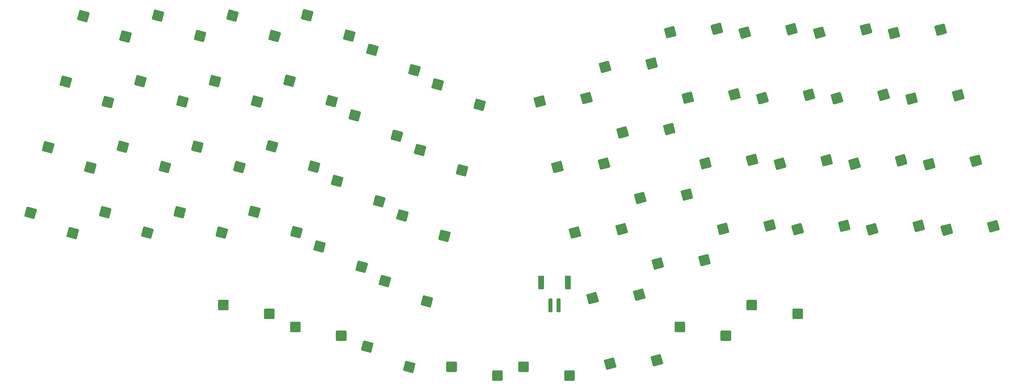
<source format=gbp>
G04 #@! TF.GenerationSoftware,KiCad,Pcbnew,7.0.10-7.0.10~ubuntu22.04.1*
G04 #@! TF.CreationDate,2024-01-04T14:14:22+01:00*
G04 #@! TF.ProjectId,ergo56,6572676f-3536-42e6-9b69-6361645f7063,0.2*
G04 #@! TF.SameCoordinates,Original*
G04 #@! TF.FileFunction,Paste,Bot*
G04 #@! TF.FilePolarity,Positive*
%FSLAX46Y46*%
G04 Gerber Fmt 4.6, Leading zero omitted, Abs format (unit mm)*
G04 Created by KiCad (PCBNEW 7.0.10-7.0.10~ubuntu22.04.1) date 2024-01-04 14:14:22*
%MOMM*%
%LPD*%
G01*
G04 APERTURE LIST*
G04 APERTURE END LIST*
G36*
G01*
X200005687Y-105689194D02*
X200544031Y-107698320D01*
G75*
G02*
X200360183Y-108016754I-251141J-67293D01*
G01*
X198302761Y-108568038D01*
G75*
G02*
X197984327Y-108384190I-67293J251141D01*
G01*
X197445983Y-106375064D01*
G75*
G02*
X197629831Y-106056630I251141J67293D01*
G01*
X199687253Y-105505346D01*
G75*
G02*
X200005687Y-105689194I67293J-251141D01*
G01*
G37*
G36*
G01*
X211673577Y-104840400D02*
X212211921Y-106849526D01*
G75*
G02*
X212028073Y-107167960I-251141J-67293D01*
G01*
X209970651Y-107719244D01*
G75*
G02*
X209652217Y-107535396I-67293J251141D01*
G01*
X209113873Y-105526270D01*
G75*
G02*
X209297721Y-105207836I251141J67293D01*
G01*
X211355143Y-104656552D01*
G75*
G02*
X211673577Y-104840400I67293J-251141D01*
G01*
G37*
G36*
G01*
X218666415Y-105785345D02*
X219204759Y-107794471D01*
G75*
G02*
X219020911Y-108112905I-251141J-67293D01*
G01*
X216963489Y-108664189D01*
G75*
G02*
X216645055Y-108480341I-67293J251141D01*
G01*
X216106711Y-106471215D01*
G75*
G02*
X216290559Y-106152781I251141J67293D01*
G01*
X218347981Y-105601497D01*
G75*
G02*
X218666415Y-105785345I67293J-251141D01*
G01*
G37*
G36*
G01*
X230334305Y-104936551D02*
X230872649Y-106945677D01*
G75*
G02*
X230688801Y-107264111I-251141J-67293D01*
G01*
X228631379Y-107815395D01*
G75*
G02*
X228312945Y-107631547I-67293J251141D01*
G01*
X227774601Y-105622421D01*
G75*
G02*
X227958449Y-105303987I251141J67293D01*
G01*
X230015871Y-104752703D01*
G75*
G02*
X230334305Y-104936551I67293J-251141D01*
G01*
G37*
G36*
G01*
X237303242Y-105792249D02*
X237841586Y-107801375D01*
G75*
G02*
X237657738Y-108119809I-251141J-67293D01*
G01*
X235600316Y-108671093D01*
G75*
G02*
X235281882Y-108487245I-67293J251141D01*
G01*
X234743538Y-106478119D01*
G75*
G02*
X234927386Y-106159685I251141J67293D01*
G01*
X236984808Y-105608401D01*
G75*
G02*
X237303242Y-105792249I67293J-251141D01*
G01*
G37*
G36*
G01*
X248971132Y-104943455D02*
X249509476Y-106952581D01*
G75*
G02*
X249325628Y-107271015I-251141J-67293D01*
G01*
X247268206Y-107822299D01*
G75*
G02*
X246949772Y-107638451I-67293J251141D01*
G01*
X246411428Y-105629325D01*
G75*
G02*
X246595276Y-105310891I251141J67293D01*
G01*
X248652698Y-104759607D01*
G75*
G02*
X248971132Y-104943455I67293J-251141D01*
G01*
G37*
G36*
G01*
X255963982Y-105888399D02*
X256502326Y-107897525D01*
G75*
G02*
X256318478Y-108215959I-251141J-67293D01*
G01*
X254261056Y-108767243D01*
G75*
G02*
X253942622Y-108583395I-67293J251141D01*
G01*
X253404278Y-106574269D01*
G75*
G02*
X253588126Y-106255835I251141J67293D01*
G01*
X255645548Y-105704551D01*
G75*
G02*
X255963982Y-105888399I67293J-251141D01*
G01*
G37*
G36*
G01*
X267631872Y-105039605D02*
X268170216Y-107048731D01*
G75*
G02*
X267986368Y-107367165I-251141J-67293D01*
G01*
X265928946Y-107918449D01*
G75*
G02*
X265610512Y-107734601I-67293J251141D01*
G01*
X265072168Y-105725475D01*
G75*
G02*
X265256016Y-105407041I251141J67293D01*
G01*
X267313438Y-104855757D01*
G75*
G02*
X267631872Y-105039605I67293J-251141D01*
G01*
G37*
G36*
G01*
X31757650Y-85926730D02*
X31219306Y-87935856D01*
G75*
G02*
X30900872Y-88119704I-251141J67293D01*
G01*
X28843450Y-87568420D01*
G75*
G02*
X28659602Y-87249986I67293J251141D01*
G01*
X29197946Y-85240860D01*
G75*
G02*
X29516380Y-85057012I251141J-67293D01*
G01*
X31573802Y-85608296D01*
G75*
G02*
X31757650Y-85926730I-67293J-251141D01*
G01*
G37*
G36*
G01*
X42286736Y-91025597D02*
X41748392Y-93034723D01*
G75*
G02*
X41429958Y-93218571I-251141J67293D01*
G01*
X39372536Y-92667287D01*
G75*
G02*
X39188688Y-92348853I67293J251141D01*
G01*
X39727032Y-90339727D01*
G75*
G02*
X40045466Y-90155879I251141J-67293D01*
G01*
X42102888Y-90707163D01*
G75*
G02*
X42286736Y-91025597I-67293J-251141D01*
G01*
G37*
G36*
G01*
X50429512Y-85789041D02*
X49891168Y-87798167D01*
G75*
G02*
X49572734Y-87982015I-251141J67293D01*
G01*
X47515312Y-87430731D01*
G75*
G02*
X47331464Y-87112297I67293J251141D01*
G01*
X47869808Y-85103171D01*
G75*
G02*
X48188242Y-84919323I251141J-67293D01*
G01*
X50245664Y-85470607D01*
G75*
G02*
X50429512Y-85789041I-67293J-251141D01*
G01*
G37*
G36*
G01*
X60958598Y-90887908D02*
X60420254Y-92897034D01*
G75*
G02*
X60101820Y-93080882I-251141J67293D01*
G01*
X58044398Y-92529598D01*
G75*
G02*
X57860550Y-92211164I67293J251141D01*
G01*
X58398894Y-90202038D01*
G75*
G02*
X58717328Y-90018190I251141J-67293D01*
G01*
X60774750Y-90569474D01*
G75*
G02*
X60958598Y-90887908I-67293J-251141D01*
G01*
G37*
G36*
G01*
X69066222Y-85782540D02*
X68527878Y-87791666D01*
G75*
G02*
X68209444Y-87975514I-251141J67293D01*
G01*
X66152022Y-87424230D01*
G75*
G02*
X65968174Y-87105796I67293J251141D01*
G01*
X66506518Y-85096670D01*
G75*
G02*
X66824952Y-84912822I251141J-67293D01*
G01*
X68882374Y-85464106D01*
G75*
G02*
X69066222Y-85782540I-67293J-251141D01*
G01*
G37*
G36*
G01*
X79595308Y-90881407D02*
X79056964Y-92890533D01*
G75*
G02*
X78738530Y-93074381I-251141J67293D01*
G01*
X76681108Y-92523097D01*
G75*
G02*
X76497260Y-92204663I67293J251141D01*
G01*
X77035604Y-90195537D01*
G75*
G02*
X77354038Y-90011689I251141J-67293D01*
G01*
X79411460Y-90562973D01*
G75*
G02*
X79595308Y-90881407I-67293J-251141D01*
G01*
G37*
G36*
G01*
X104038063Y-94359162D02*
X103499719Y-96368288D01*
G75*
G02*
X103181285Y-96552136I-251141J67293D01*
G01*
X101123863Y-96000852D01*
G75*
G02*
X100940015Y-95682418I67293J251141D01*
G01*
X101478359Y-93673292D01*
G75*
G02*
X101796793Y-93489444I251141J-67293D01*
G01*
X103854215Y-94040728D01*
G75*
G02*
X104038063Y-94359162I-67293J-251141D01*
G01*
G37*
G36*
G01*
X114567149Y-99458029D02*
X114028805Y-101467155D01*
G75*
G02*
X113710371Y-101651003I-251141J67293D01*
G01*
X111652949Y-101099719D01*
G75*
G02*
X111469101Y-100781285I67293J251141D01*
G01*
X112007445Y-98772159D01*
G75*
G02*
X112325879Y-98588311I251141J-67293D01*
G01*
X114383301Y-99139595D01*
G75*
G02*
X114567149Y-99458029I-67293J-251141D01*
G01*
G37*
G36*
G01*
X120349183Y-103031941D02*
X119810839Y-105041067D01*
G75*
G02*
X119492405Y-105224915I-251141J67293D01*
G01*
X117434983Y-104673631D01*
G75*
G02*
X117251135Y-104355197I67293J251141D01*
G01*
X117789479Y-102346071D01*
G75*
G02*
X118107913Y-102162223I251141J-67293D01*
G01*
X120165335Y-102713507D01*
G75*
G02*
X120349183Y-103031941I-67293J-251141D01*
G01*
G37*
G36*
G01*
X130878269Y-108130808D02*
X130339925Y-110139934D01*
G75*
G02*
X130021491Y-110323782I-251141J67293D01*
G01*
X127964069Y-109772498D01*
G75*
G02*
X127780221Y-109454064I67293J251141D01*
G01*
X128318565Y-107444938D01*
G75*
G02*
X128636999Y-107261090I251141J-67293D01*
G01*
X130694421Y-107812374D01*
G75*
G02*
X130878269Y-108130808I-67293J-251141D01*
G01*
G37*
G36*
G01*
X162983546Y-106613992D02*
X163521890Y-108623118D01*
G75*
G02*
X163338042Y-108941552I-251141J-67293D01*
G01*
X161280620Y-109492836D01*
G75*
G02*
X160962186Y-109308988I-67293J251141D01*
G01*
X160423842Y-107299862D01*
G75*
G02*
X160607690Y-106981428I251141J67293D01*
G01*
X162665112Y-106430144D01*
G75*
G02*
X162983546Y-106613992I67293J-251141D01*
G01*
G37*
G36*
G01*
X174651436Y-105765198D02*
X175189780Y-107774324D01*
G75*
G02*
X175005932Y-108092758I-251141J-67293D01*
G01*
X172948510Y-108644042D01*
G75*
G02*
X172630076Y-108460194I-67293J251141D01*
G01*
X172091732Y-106451068D01*
G75*
G02*
X172275580Y-106132634I251141J67293D01*
G01*
X174333002Y-105581350D01*
G75*
G02*
X174651436Y-105765198I67293J-251141D01*
G01*
G37*
G36*
G01*
X124749096Y-86611204D02*
X124210752Y-88620330D01*
G75*
G02*
X123892318Y-88804178I-251141J67293D01*
G01*
X121834896Y-88252894D01*
G75*
G02*
X121651048Y-87934460I67293J251141D01*
G01*
X122189392Y-85925334D01*
G75*
G02*
X122507826Y-85741486I251141J-67293D01*
G01*
X124565248Y-86292770D01*
G75*
G02*
X124749096Y-86611204I-67293J-251141D01*
G01*
G37*
G36*
G01*
X135278182Y-91710071D02*
X134739838Y-93719197D01*
G75*
G02*
X134421404Y-93903045I-251141J67293D01*
G01*
X132363982Y-93351761D01*
G75*
G02*
X132180134Y-93033327I67293J251141D01*
G01*
X132718478Y-91024201D01*
G75*
G02*
X133036912Y-90840353I251141J-67293D01*
G01*
X135094334Y-91391637D01*
G75*
G02*
X135278182Y-91710071I-67293J-251141D01*
G01*
G37*
G36*
G01*
X87726957Y-85686397D02*
X87188613Y-87695523D01*
G75*
G02*
X86870179Y-87879371I-251141J67293D01*
G01*
X84812757Y-87328087D01*
G75*
G02*
X84628909Y-87009653I67293J251141D01*
G01*
X85167253Y-85000527D01*
G75*
G02*
X85485687Y-84816679I251141J-67293D01*
G01*
X87543109Y-85367963D01*
G75*
G02*
X87726957Y-85686397I-67293J-251141D01*
G01*
G37*
G36*
G01*
X98256043Y-90785264D02*
X97717699Y-92794390D01*
G75*
G02*
X97399265Y-92978238I-251141J67293D01*
G01*
X95341843Y-92426954D01*
G75*
G02*
X95157995Y-92108520I67293J251141D01*
G01*
X95696339Y-90099394D01*
G75*
G02*
X96014773Y-89915546I251141J-67293D01*
G01*
X98072195Y-90466830D01*
G75*
G02*
X98256043Y-90785264I-67293J-251141D01*
G01*
G37*
G36*
G01*
X179294654Y-97941226D02*
X179832998Y-99950352D01*
G75*
G02*
X179649150Y-100268786I-251141J-67293D01*
G01*
X177591728Y-100820070D01*
G75*
G02*
X177273294Y-100636222I-67293J251141D01*
G01*
X176734950Y-98627096D01*
G75*
G02*
X176918798Y-98308662I251141J67293D01*
G01*
X178976220Y-97757378D01*
G75*
G02*
X179294654Y-97941226I67293J-251141D01*
G01*
G37*
G36*
G01*
X190962544Y-97092432D02*
X191500888Y-99101558D01*
G75*
G02*
X191317040Y-99419992I-251141J-67293D01*
G01*
X189259618Y-99971276D01*
G75*
G02*
X188941184Y-99787428I-67293J251141D01*
G01*
X188402840Y-97778302D01*
G75*
G02*
X188586688Y-97459868I251141J67293D01*
G01*
X190644110Y-96908584D01*
G75*
G02*
X190962544Y-97092432I67293J-251141D01*
G01*
G37*
G36*
G01*
X195605770Y-89268453D02*
X196144114Y-91277579D01*
G75*
G02*
X195960266Y-91596013I-251141J-67293D01*
G01*
X193902844Y-92147297D01*
G75*
G02*
X193584410Y-91963449I-67293J251141D01*
G01*
X193046066Y-89954323D01*
G75*
G02*
X193229914Y-89635889I251141J67293D01*
G01*
X195287336Y-89084605D01*
G75*
G02*
X195605770Y-89268453I67293J-251141D01*
G01*
G37*
G36*
G01*
X207273660Y-88419659D02*
X207812004Y-90428785D01*
G75*
G02*
X207628156Y-90747219I-251141J-67293D01*
G01*
X205570734Y-91298503D01*
G75*
G02*
X205252300Y-91114655I-67293J251141D01*
G01*
X204713956Y-89105529D01*
G75*
G02*
X204897804Y-88787095I251141J67293D01*
G01*
X206955226Y-88235811D01*
G75*
G02*
X207273660Y-88419659I67293J-251141D01*
G01*
G37*
G36*
G01*
X214266506Y-89364603D02*
X214804850Y-91373729D01*
G75*
G02*
X214621002Y-91692163I-251141J-67293D01*
G01*
X212563580Y-92243447D01*
G75*
G02*
X212245146Y-92059599I-67293J251141D01*
G01*
X211706802Y-90050473D01*
G75*
G02*
X211890650Y-89732039I251141J67293D01*
G01*
X213948072Y-89180755D01*
G75*
G02*
X214266506Y-89364603I67293J-251141D01*
G01*
G37*
G36*
G01*
X225934396Y-88515809D02*
X226472740Y-90524935D01*
G75*
G02*
X226288892Y-90843369I-251141J-67293D01*
G01*
X224231470Y-91394653D01*
G75*
G02*
X223913036Y-91210805I-67293J251141D01*
G01*
X223374692Y-89201679D01*
G75*
G02*
X223558540Y-88883245I251141J67293D01*
G01*
X225615962Y-88331961D01*
G75*
G02*
X225934396Y-88515809I67293J-251141D01*
G01*
G37*
G36*
G01*
X232903317Y-89371511D02*
X233441661Y-91380637D01*
G75*
G02*
X233257813Y-91699071I-251141J-67293D01*
G01*
X231200391Y-92250355D01*
G75*
G02*
X230881957Y-92066507I-67293J251141D01*
G01*
X230343613Y-90057381D01*
G75*
G02*
X230527461Y-89738947I251141J67293D01*
G01*
X232584883Y-89187663D01*
G75*
G02*
X232903317Y-89371511I67293J-251141D01*
G01*
G37*
G36*
G01*
X244571207Y-88522717D02*
X245109551Y-90531843D01*
G75*
G02*
X244925703Y-90850277I-251141J-67293D01*
G01*
X242868281Y-91401561D01*
G75*
G02*
X242549847Y-91217713I-67293J251141D01*
G01*
X242011503Y-89208587D01*
G75*
G02*
X242195351Y-88890153I251141J67293D01*
G01*
X244252773Y-88338869D01*
G75*
G02*
X244571207Y-88522717I67293J-251141D01*
G01*
G37*
G36*
G01*
X251564060Y-89467659D02*
X252102404Y-91476785D01*
G75*
G02*
X251918556Y-91795219I-251141J-67293D01*
G01*
X249861134Y-92346503D01*
G75*
G02*
X249542700Y-92162655I-67293J251141D01*
G01*
X249004356Y-90153529D01*
G75*
G02*
X249188204Y-89835095I251141J67293D01*
G01*
X251245626Y-89283811D01*
G75*
G02*
X251564060Y-89467659I67293J-251141D01*
G01*
G37*
G36*
G01*
X263231950Y-88618865D02*
X263770294Y-90627991D01*
G75*
G02*
X263586446Y-90946425I-251141J-67293D01*
G01*
X261529024Y-91497709D01*
G75*
G02*
X261210590Y-91313861I-67293J251141D01*
G01*
X260672246Y-89304735D01*
G75*
G02*
X260856094Y-88986301I251141J67293D01*
G01*
X262913516Y-88435017D01*
G75*
G02*
X263231950Y-88618865I67293J-251141D01*
G01*
G37*
G36*
G01*
X36157574Y-69505984D02*
X35619230Y-71515110D01*
G75*
G02*
X35300796Y-71698958I-251141J67293D01*
G01*
X33243374Y-71147674D01*
G75*
G02*
X33059526Y-70829240I67293J251141D01*
G01*
X33597870Y-68820114D01*
G75*
G02*
X33916304Y-68636266I251141J-67293D01*
G01*
X35973726Y-69187550D01*
G75*
G02*
X36157574Y-69505984I-67293J-251141D01*
G01*
G37*
G36*
G01*
X46686660Y-74604851D02*
X46148316Y-76613977D01*
G75*
G02*
X45829882Y-76797825I-251141J67293D01*
G01*
X43772460Y-76246541D01*
G75*
G02*
X43588612Y-75928107I67293J251141D01*
G01*
X44126956Y-73918981D01*
G75*
G02*
X44445390Y-73735133I251141J-67293D01*
G01*
X46502812Y-74286417D01*
G75*
G02*
X46686660Y-74604851I-67293J-251141D01*
G01*
G37*
G36*
G01*
X171783410Y-139455155D02*
X172321754Y-141464281D01*
G75*
G02*
X172137906Y-141782715I-251141J-67293D01*
G01*
X170080484Y-142333999D01*
G75*
G02*
X169762050Y-142150151I-67293J251141D01*
G01*
X169223706Y-140141025D01*
G75*
G02*
X169407554Y-139822591I251141J67293D01*
G01*
X171464976Y-139271307D01*
G75*
G02*
X171783410Y-139455155I67293J-251141D01*
G01*
G37*
G36*
G01*
X183451300Y-138606361D02*
X183989644Y-140615487D01*
G75*
G02*
X183805796Y-140933921I-251141J-67293D01*
G01*
X181748374Y-141485205D01*
G75*
G02*
X181429940Y-141301357I-67293J251141D01*
G01*
X180891596Y-139292231D01*
G75*
G02*
X181075444Y-138973797I251141J67293D01*
G01*
X183132866Y-138422513D01*
G75*
G02*
X183451300Y-138606361I67293J-251141D01*
G01*
G37*
G36*
G01*
X54829436Y-69368309D02*
X54291092Y-71377435D01*
G75*
G02*
X53972658Y-71561283I-251141J67293D01*
G01*
X51915236Y-71009999D01*
G75*
G02*
X51731388Y-70691565I67293J251141D01*
G01*
X52269732Y-68682439D01*
G75*
G02*
X52588166Y-68498591I251141J-67293D01*
G01*
X54645588Y-69049875D01*
G75*
G02*
X54829436Y-69368309I-67293J-251141D01*
G01*
G37*
G36*
G01*
X65358522Y-74467176D02*
X64820178Y-76476302D01*
G75*
G02*
X64501744Y-76660150I-251141J67293D01*
G01*
X62444322Y-76108866D01*
G75*
G02*
X62260474Y-75790432I67293J251141D01*
G01*
X62798818Y-73781306D01*
G75*
G02*
X63117252Y-73597458I251141J-67293D01*
G01*
X65174674Y-74148742D01*
G75*
G02*
X65358522Y-74467176I-67293J-251141D01*
G01*
G37*
G36*
G01*
X247164120Y-73046911D02*
X247702464Y-75056037D01*
G75*
G02*
X247518616Y-75374471I-251141J-67293D01*
G01*
X245461194Y-75925755D01*
G75*
G02*
X245142760Y-75741907I-67293J251141D01*
G01*
X244604416Y-73732781D01*
G75*
G02*
X244788264Y-73414347I251141J67293D01*
G01*
X246845686Y-72863063D01*
G75*
G02*
X247164120Y-73046911I67293J-251141D01*
G01*
G37*
G36*
G01*
X258832010Y-72198117D02*
X259370354Y-74207243D01*
G75*
G02*
X259186506Y-74525677I-251141J-67293D01*
G01*
X257129084Y-75076961D01*
G75*
G02*
X256810650Y-74893113I-67293J251141D01*
G01*
X256272306Y-72883987D01*
G75*
G02*
X256456154Y-72565553I251141J67293D01*
G01*
X258513576Y-72014269D01*
G75*
G02*
X258832010Y-72198117I67293J-251141D01*
G01*
G37*
G36*
G01*
X174894735Y-81520487D02*
X175433079Y-83529613D01*
G75*
G02*
X175249231Y-83848047I-251141J-67293D01*
G01*
X173191809Y-84399331D01*
G75*
G02*
X172873375Y-84215483I-67293J251141D01*
G01*
X172335031Y-82206357D01*
G75*
G02*
X172518879Y-81887923I251141J67293D01*
G01*
X174576301Y-81336639D01*
G75*
G02*
X174894735Y-81520487I67293J-251141D01*
G01*
G37*
G36*
G01*
X186562625Y-80671693D02*
X187100969Y-82680819D01*
G75*
G02*
X186917121Y-82999253I-251141J-67293D01*
G01*
X184859699Y-83550537D01*
G75*
G02*
X184541265Y-83366689I-67293J251141D01*
G01*
X184002921Y-81357563D01*
G75*
G02*
X184186769Y-81039129I251141J67293D01*
G01*
X186244191Y-80487845D01*
G75*
G02*
X186562625Y-80671693I67293J-251141D01*
G01*
G37*
G36*
G01*
X191205842Y-72847713D02*
X191744186Y-74856839D01*
G75*
G02*
X191560338Y-75175273I-251141J-67293D01*
G01*
X189502916Y-75726557D01*
G75*
G02*
X189184482Y-75542709I-67293J251141D01*
G01*
X188646138Y-73533583D01*
G75*
G02*
X188829986Y-73215149I251141J67293D01*
G01*
X190887408Y-72663865D01*
G75*
G02*
X191205842Y-72847713I67293J-251141D01*
G01*
G37*
G36*
G01*
X202873732Y-71998919D02*
X203412076Y-74008045D01*
G75*
G02*
X203228228Y-74326479I-251141J-67293D01*
G01*
X201170806Y-74877763D01*
G75*
G02*
X200852372Y-74693915I-67293J251141D01*
G01*
X200314028Y-72684789D01*
G75*
G02*
X200497876Y-72366355I251141J67293D01*
G01*
X202555298Y-71815071D01*
G75*
G02*
X202873732Y-71998919I67293J-251141D01*
G01*
G37*
G36*
G01*
X108437992Y-77938427D02*
X107899648Y-79947553D01*
G75*
G02*
X107581214Y-80131401I-251141J67293D01*
G01*
X105523792Y-79580117D01*
G75*
G02*
X105339944Y-79261683I67293J251141D01*
G01*
X105878288Y-77252557D01*
G75*
G02*
X106196722Y-77068709I251141J-67293D01*
G01*
X108254144Y-77619993D01*
G75*
G02*
X108437992Y-77938427I-67293J-251141D01*
G01*
G37*
G36*
G01*
X118967078Y-83037294D02*
X118428734Y-85046420D01*
G75*
G02*
X118110300Y-85230268I-251141J67293D01*
G01*
X116052878Y-84678984D01*
G75*
G02*
X115869030Y-84360550I67293J251141D01*
G01*
X116407374Y-82351424D01*
G75*
G02*
X116725808Y-82167576I251141J-67293D01*
G01*
X118783230Y-82718860D01*
G75*
G02*
X118967078Y-83037294I-67293J-251141D01*
G01*
G37*
G36*
G01*
X115949253Y-119452676D02*
X115410909Y-121461802D01*
G75*
G02*
X115092475Y-121645650I-251141J67293D01*
G01*
X113035053Y-121094366D01*
G75*
G02*
X112851205Y-120775932I67293J251141D01*
G01*
X113389549Y-118766806D01*
G75*
G02*
X113707983Y-118582958I251141J-67293D01*
G01*
X115765405Y-119134242D01*
G75*
G02*
X115949253Y-119452676I-67293J-251141D01*
G01*
G37*
G36*
G01*
X126478339Y-124551543D02*
X125939995Y-126560669D01*
G75*
G02*
X125621561Y-126744517I-251141J67293D01*
G01*
X123564139Y-126193233D01*
G75*
G02*
X123380291Y-125874799I67293J251141D01*
G01*
X123918635Y-123865673D01*
G75*
G02*
X124237069Y-123681825I251141J-67293D01*
G01*
X126294491Y-124233109D01*
G75*
G02*
X126478339Y-124551543I-67293J-251141D01*
G01*
G37*
G36*
G01*
X228503407Y-72950771D02*
X229041751Y-74959897D01*
G75*
G02*
X228857903Y-75278331I-251141J-67293D01*
G01*
X226800481Y-75829615D01*
G75*
G02*
X226482047Y-75645767I-67293J251141D01*
G01*
X225943703Y-73636641D01*
G75*
G02*
X226127551Y-73318207I251141J67293D01*
G01*
X228184973Y-72766923D01*
G75*
G02*
X228503407Y-72950771I67293J-251141D01*
G01*
G37*
G36*
G01*
X240171297Y-72101977D02*
X240709641Y-74111103D01*
G75*
G02*
X240525793Y-74429537I-251141J-67293D01*
G01*
X238468371Y-74980821D01*
G75*
G02*
X238149937Y-74796973I-67293J251141D01*
G01*
X237611593Y-72787847D01*
G75*
G02*
X237795441Y-72469413I251141J67293D01*
G01*
X239852863Y-71918129D01*
G75*
G02*
X240171297Y-72101977I67293J-251141D01*
G01*
G37*
G36*
G01*
X73466143Y-69361809D02*
X72927799Y-71370935D01*
G75*
G02*
X72609365Y-71554783I-251141J67293D01*
G01*
X70551943Y-71003499D01*
G75*
G02*
X70368095Y-70685065I67293J251141D01*
G01*
X70906439Y-68675939D01*
G75*
G02*
X71224873Y-68492091I251141J-67293D01*
G01*
X73282295Y-69043375D01*
G75*
G02*
X73466143Y-69361809I-67293J-251141D01*
G01*
G37*
G36*
G01*
X83995229Y-74460676D02*
X83456885Y-76469802D01*
G75*
G02*
X83138451Y-76653650I-251141J67293D01*
G01*
X81081029Y-76102366D01*
G75*
G02*
X80897181Y-75783932I67293J251141D01*
G01*
X81435525Y-73774806D01*
G75*
G02*
X81753959Y-73590958I251141J-67293D01*
G01*
X83811381Y-74142242D01*
G75*
G02*
X83995229Y-74460676I-67293J-251141D01*
G01*
G37*
G36*
G01*
X92126881Y-69265667D02*
X91588537Y-71274793D01*
G75*
G02*
X91270103Y-71458641I-251141J67293D01*
G01*
X89212681Y-70907357D01*
G75*
G02*
X89028833Y-70588923I67293J251141D01*
G01*
X89567177Y-68579797D01*
G75*
G02*
X89885611Y-68395949I251141J-67293D01*
G01*
X91943033Y-68947233D01*
G75*
G02*
X92126881Y-69265667I-67293J-251141D01*
G01*
G37*
G36*
G01*
X102655967Y-74364534D02*
X102117623Y-76373660D01*
G75*
G02*
X101799189Y-76557508I-251141J67293D01*
G01*
X99741767Y-76006224D01*
G75*
G02*
X99557919Y-75687790I67293J251141D01*
G01*
X100096263Y-73678664D01*
G75*
G02*
X100414697Y-73494816I251141J-67293D01*
G01*
X102472119Y-74046100D01*
G75*
G02*
X102655967Y-74364534I-67293J-251141D01*
G01*
G37*
G36*
G01*
X27357718Y-102347473D02*
X26819374Y-104356599D01*
G75*
G02*
X26500940Y-104540447I-251141J67293D01*
G01*
X24443518Y-103989163D01*
G75*
G02*
X24259670Y-103670729I67293J251141D01*
G01*
X24798014Y-101661603D01*
G75*
G02*
X25116448Y-101477755I251141J-67293D01*
G01*
X27173870Y-102029039D01*
G75*
G02*
X27357718Y-102347473I-67293J-251141D01*
G01*
G37*
G36*
G01*
X37886804Y-107446340D02*
X37348460Y-109455466D01*
G75*
G02*
X37030026Y-109639314I-251141J67293D01*
G01*
X34972604Y-109088030D01*
G75*
G02*
X34788756Y-108769596I67293J251141D01*
G01*
X35327100Y-106760470D01*
G75*
G02*
X35645534Y-106576622I251141J-67293D01*
G01*
X37702956Y-107127906D01*
G75*
G02*
X37886804Y-107446340I-67293J-251141D01*
G01*
G37*
G36*
G01*
X46029578Y-102209780D02*
X45491234Y-104218906D01*
G75*
G02*
X45172800Y-104402754I-251141J67293D01*
G01*
X43115378Y-103851470D01*
G75*
G02*
X42931530Y-103533036I67293J251141D01*
G01*
X43469874Y-101523910D01*
G75*
G02*
X43788308Y-101340062I251141J-67293D01*
G01*
X45845730Y-101891346D01*
G75*
G02*
X46029578Y-102209780I-67293J-251141D01*
G01*
G37*
G36*
G01*
X56558664Y-107308647D02*
X56020320Y-109317773D01*
G75*
G02*
X55701886Y-109501621I-251141J67293D01*
G01*
X53644464Y-108950337D01*
G75*
G02*
X53460616Y-108631903I67293J251141D01*
G01*
X53998960Y-106622777D01*
G75*
G02*
X54317394Y-106438929I251141J-67293D01*
G01*
X56374816Y-106990213D01*
G75*
G02*
X56558664Y-107308647I-67293J-251141D01*
G01*
G37*
G36*
G01*
X64666303Y-102203290D02*
X64127959Y-104212416D01*
G75*
G02*
X63809525Y-104396264I-251141J67293D01*
G01*
X61752103Y-103844980D01*
G75*
G02*
X61568255Y-103526546I67293J251141D01*
G01*
X62106599Y-101517420D01*
G75*
G02*
X62425033Y-101333572I251141J-67293D01*
G01*
X64482455Y-101884856D01*
G75*
G02*
X64666303Y-102203290I-67293J-251141D01*
G01*
G37*
G36*
G01*
X75195389Y-107302157D02*
X74657045Y-109311283D01*
G75*
G02*
X74338611Y-109495131I-251141J67293D01*
G01*
X72281189Y-108943847D01*
G75*
G02*
X72097341Y-108625413I67293J251141D01*
G01*
X72635685Y-106616287D01*
G75*
G02*
X72954119Y-106432439I251141J-67293D01*
G01*
X75011541Y-106983723D01*
G75*
G02*
X75195389Y-107302157I-67293J-251141D01*
G01*
G37*
G36*
G01*
X83327038Y-102107148D02*
X82788694Y-104116274D01*
G75*
G02*
X82470260Y-104300122I-251141J67293D01*
G01*
X80412838Y-103748838D01*
G75*
G02*
X80228990Y-103430404I67293J251141D01*
G01*
X80767334Y-101421278D01*
G75*
G02*
X81085768Y-101237430I251141J-67293D01*
G01*
X83143190Y-101788714D01*
G75*
G02*
X83327038Y-102107148I-67293J-251141D01*
G01*
G37*
G36*
G01*
X93856124Y-107206015D02*
X93317780Y-109215141D01*
G75*
G02*
X92999346Y-109398989I-251141J67293D01*
G01*
X90941924Y-108847705D01*
G75*
G02*
X90758076Y-108529271I67293J251141D01*
G01*
X91296420Y-106520145D01*
G75*
G02*
X91614854Y-106336297I251141J-67293D01*
G01*
X93672276Y-106887581D01*
G75*
G02*
X93856124Y-107206015I-67293J-251141D01*
G01*
G37*
G36*
G01*
X99638148Y-110779899D02*
X99099804Y-112789025D01*
G75*
G02*
X98781370Y-112972873I-251141J67293D01*
G01*
X96723948Y-112421589D01*
G75*
G02*
X96540100Y-112103155I67293J251141D01*
G01*
X97078444Y-110094029D01*
G75*
G02*
X97396878Y-109910181I251141J-67293D01*
G01*
X99454300Y-110461465D01*
G75*
G02*
X99638148Y-110779899I-67293J-251141D01*
G01*
G37*
G36*
G01*
X110167234Y-115878766D02*
X109628890Y-117887892D01*
G75*
G02*
X109310456Y-118071740I-251141J67293D01*
G01*
X107253034Y-117520456D01*
G75*
G02*
X107069186Y-117202022I67293J251141D01*
G01*
X107607530Y-115192896D01*
G75*
G02*
X107925964Y-115009048I251141J-67293D01*
G01*
X109983386Y-115560332D01*
G75*
G02*
X110167234Y-115878766I-67293J-251141D01*
G01*
G37*
G36*
G01*
X167383480Y-123034741D02*
X167921824Y-125043867D01*
G75*
G02*
X167737976Y-125362301I-251141J-67293D01*
G01*
X165680554Y-125913585D01*
G75*
G02*
X165362120Y-125729737I-67293J251141D01*
G01*
X164823776Y-123720611D01*
G75*
G02*
X165007624Y-123402177I251141J67293D01*
G01*
X167065046Y-122850893D01*
G75*
G02*
X167383480Y-123034741I67293J-251141D01*
G01*
G37*
G36*
G01*
X179051370Y-122185947D02*
X179589714Y-124195073D01*
G75*
G02*
X179405866Y-124513507I-251141J-67293D01*
G01*
X177348444Y-125064791D01*
G75*
G02*
X177030010Y-124880943I-67293J251141D01*
G01*
X176491666Y-122871817D01*
G75*
G02*
X176675514Y-122553383I251141J67293D01*
G01*
X178732936Y-122002099D01*
G75*
G02*
X179051370Y-122185947I67293J-251141D01*
G01*
G37*
G36*
G01*
X183694583Y-114361965D02*
X184232927Y-116371091D01*
G75*
G02*
X184049079Y-116689525I-251141J-67293D01*
G01*
X181991657Y-117240809D01*
G75*
G02*
X181673223Y-117056961I-67293J251141D01*
G01*
X181134879Y-115047835D01*
G75*
G02*
X181318727Y-114729401I251141J67293D01*
G01*
X183376149Y-114178117D01*
G75*
G02*
X183694583Y-114361965I67293J-251141D01*
G01*
G37*
G36*
G01*
X195362473Y-113513171D02*
X195900817Y-115522297D01*
G75*
G02*
X195716969Y-115840731I-251141J-67293D01*
G01*
X193659547Y-116392015D01*
G75*
G02*
X193341113Y-116208167I-67293J251141D01*
G01*
X192802769Y-114199041D01*
G75*
G02*
X192986617Y-113880607I251141J67293D01*
G01*
X195044039Y-113329323D01*
G75*
G02*
X195362473Y-113513171I67293J-251141D01*
G01*
G37*
G36*
G01*
X209866575Y-72943870D02*
X210404919Y-74952996D01*
G75*
G02*
X210221071Y-75271430I-251141J-67293D01*
G01*
X208163649Y-75822714D01*
G75*
G02*
X207845215Y-75638866I-67293J251141D01*
G01*
X207306871Y-73629740D01*
G75*
G02*
X207490719Y-73311306I251141J67293D01*
G01*
X209548141Y-72760022D01*
G75*
G02*
X209866575Y-72943870I67293J-251141D01*
G01*
G37*
G36*
G01*
X221534465Y-72095076D02*
X222072809Y-74104202D01*
G75*
G02*
X221888961Y-74422636I-251141J-67293D01*
G01*
X219831539Y-74973920D01*
G75*
G02*
X219513105Y-74790072I-67293J251141D01*
G01*
X218974761Y-72780946D01*
G75*
G02*
X219158609Y-72462512I251141J67293D01*
G01*
X221216031Y-71911228D01*
G75*
G02*
X221534465Y-72095076I67293J-251141D01*
G01*
G37*
G36*
G01*
X158583629Y-90193256D02*
X159121973Y-92202382D01*
G75*
G02*
X158938125Y-92520816I-251141J-67293D01*
G01*
X156880703Y-93072100D01*
G75*
G02*
X156562269Y-92888252I-67293J251141D01*
G01*
X156023925Y-90879126D01*
G75*
G02*
X156207773Y-90560692I251141J67293D01*
G01*
X158265195Y-90009408D01*
G75*
G02*
X158583629Y-90193256I67293J-251141D01*
G01*
G37*
G36*
G01*
X170251519Y-89344462D02*
X170789863Y-91353588D01*
G75*
G02*
X170606015Y-91672022I-251141J-67293D01*
G01*
X168548593Y-92223306D01*
G75*
G02*
X168230159Y-92039458I-67293J251141D01*
G01*
X167691815Y-90030332D01*
G75*
G02*
X167875663Y-89711898I251141J67293D01*
G01*
X169933085Y-89160614D01*
G75*
G02*
X170251519Y-89344462I67293J-251141D01*
G01*
G37*
G36*
G01*
X189516816Y-130560672D02*
X189516816Y-132640672D01*
G75*
G02*
X189256816Y-132900672I-260000J0D01*
G01*
X187126816Y-132900672D01*
G75*
G02*
X186866816Y-132640672I0J260000D01*
G01*
X186866816Y-130560672D01*
G75*
G02*
X187126816Y-130300672I260000J0D01*
G01*
X189256816Y-130300672D01*
G75*
G02*
X189516816Y-130560672I0J-260000D01*
G01*
G37*
G36*
G01*
X201006816Y-132760672D02*
X201006816Y-134840672D01*
G75*
G02*
X200746816Y-135100672I-260000J0D01*
G01*
X198616816Y-135100672D01*
G75*
G02*
X198356816Y-134840672I0J260000D01*
G01*
X198356816Y-132760672D01*
G75*
G02*
X198616816Y-132500672I260000J0D01*
G01*
X200746816Y-132500672D01*
G75*
G02*
X201006816Y-132760672I0J-260000D01*
G01*
G37*
G36*
G01*
X111549331Y-135873416D02*
X111010987Y-137882542D01*
G75*
G02*
X110692553Y-138066390I-251141J67293D01*
G01*
X108635131Y-137515106D01*
G75*
G02*
X108451283Y-137196672I67293J251141D01*
G01*
X108989627Y-135187546D01*
G75*
G02*
X109308061Y-135003698I251141J-67293D01*
G01*
X111365483Y-135554982D01*
G75*
G02*
X111549331Y-135873416I-67293J-251141D01*
G01*
G37*
G36*
G01*
X122078417Y-140972283D02*
X121540073Y-142981409D01*
G75*
G02*
X121221639Y-143165257I-251141J67293D01*
G01*
X119164217Y-142613973D01*
G75*
G02*
X118980369Y-142295539I67293J251141D01*
G01*
X119518713Y-140286413D01*
G75*
G02*
X119837147Y-140102565I251141J-67293D01*
G01*
X121894569Y-140653849D01*
G75*
G02*
X122078417Y-140972283I-67293J-251141D01*
G01*
G37*
G36*
G01*
X93344573Y-130560999D02*
X93344573Y-132640999D01*
G75*
G02*
X93084573Y-132900999I-260000J0D01*
G01*
X90954573Y-132900999D01*
G75*
G02*
X90694573Y-132640999I0J260000D01*
G01*
X90694573Y-130560999D01*
G75*
G02*
X90954573Y-130300999I260000J0D01*
G01*
X93084573Y-130300999D01*
G75*
G02*
X93344573Y-130560999I0J-260000D01*
G01*
G37*
G36*
G01*
X104834573Y-132760999D02*
X104834573Y-134840999D01*
G75*
G02*
X104574573Y-135100999I-260000J0D01*
G01*
X102444573Y-135100999D01*
G75*
G02*
X102184573Y-134840999I0J260000D01*
G01*
X102184573Y-132760999D01*
G75*
G02*
X102444573Y-132500999I260000J0D01*
G01*
X104574573Y-132500999D01*
G75*
G02*
X104834573Y-132760999I0J-260000D01*
G01*
G37*
G36*
G01*
X132430564Y-140534528D02*
X132430564Y-142614528D01*
G75*
G02*
X132170564Y-142874528I-260000J0D01*
G01*
X130040564Y-142874528D01*
G75*
G02*
X129780564Y-142614528I0J260000D01*
G01*
X129780564Y-140534528D01*
G75*
G02*
X130040564Y-140274528I260000J0D01*
G01*
X132170564Y-140274528D01*
G75*
G02*
X132430564Y-140534528I0J-260000D01*
G01*
G37*
G36*
G01*
X143920564Y-142734528D02*
X143920564Y-144814528D01*
G75*
G02*
X143660564Y-145074528I-260000J0D01*
G01*
X141530564Y-145074528D01*
G75*
G02*
X141270564Y-144814528I0J260000D01*
G01*
X141270564Y-142734528D01*
G75*
G02*
X141530564Y-142474528I260000J0D01*
G01*
X143660564Y-142474528D01*
G75*
G02*
X143920564Y-142734528I0J-260000D01*
G01*
G37*
G36*
G01*
X207517165Y-125078497D02*
X207517165Y-127158497D01*
G75*
G02*
X207257165Y-127418497I-260000J0D01*
G01*
X205127165Y-127418497D01*
G75*
G02*
X204867165Y-127158497I0J260000D01*
G01*
X204867165Y-125078497D01*
G75*
G02*
X205127165Y-124818497I260000J0D01*
G01*
X207257165Y-124818497D01*
G75*
G02*
X207517165Y-125078497I0J-260000D01*
G01*
G37*
G36*
G01*
X219007165Y-127278497D02*
X219007165Y-129358497D01*
G75*
G02*
X218747165Y-129618497I-260000J0D01*
G01*
X216617165Y-129618497D01*
G75*
G02*
X216357165Y-129358497I0J260000D01*
G01*
X216357165Y-127278497D01*
G75*
G02*
X216617165Y-127018497I260000J0D01*
G01*
X218747165Y-127018497D01*
G75*
G02*
X219007165Y-127278497I0J-260000D01*
G01*
G37*
G36*
G01*
X224103471Y-56530014D02*
X224641815Y-58539140D01*
G75*
G02*
X224457967Y-58857574I-251141J-67293D01*
G01*
X222400545Y-59408858D01*
G75*
G02*
X222082111Y-59225010I-67293J251141D01*
G01*
X221543767Y-57215884D01*
G75*
G02*
X221727615Y-56897450I251141J67293D01*
G01*
X223785037Y-56346166D01*
G75*
G02*
X224103471Y-56530014I67293J-251141D01*
G01*
G37*
G36*
G01*
X235771361Y-55681220D02*
X236309705Y-57690346D01*
G75*
G02*
X236125857Y-58008780I-251141J-67293D01*
G01*
X234068435Y-58560064D01*
G75*
G02*
X233750001Y-58376216I-67293J251141D01*
G01*
X233211657Y-56367090D01*
G75*
G02*
X233395505Y-56048656I251141J67293D01*
G01*
X235452927Y-55497372D01*
G75*
G02*
X235771361Y-55681220I67293J-251141D01*
G01*
G37*
G36*
G01*
X242764237Y-56626164D02*
X243302581Y-58635290D01*
G75*
G02*
X243118733Y-58953724I-251141J-67293D01*
G01*
X241061311Y-59505008D01*
G75*
G02*
X240742877Y-59321160I-67293J251141D01*
G01*
X240204533Y-57312034D01*
G75*
G02*
X240388381Y-56993600I251141J67293D01*
G01*
X242445803Y-56442316D01*
G75*
G02*
X242764237Y-56626164I67293J-251141D01*
G01*
G37*
G36*
G01*
X254432127Y-55777370D02*
X254970471Y-57786496D01*
G75*
G02*
X254786623Y-58104930I-251141J-67293D01*
G01*
X252729201Y-58656214D01*
G75*
G02*
X252410767Y-58472366I-67293J251141D01*
G01*
X251872423Y-56463240D01*
G75*
G02*
X252056271Y-56144806I251141J67293D01*
G01*
X254113693Y-55593522D01*
G75*
G02*
X254432127Y-55777370I67293J-251141D01*
G01*
G37*
G36*
G01*
X77866075Y-52941034D02*
X77327731Y-54950160D01*
G75*
G02*
X77009297Y-55134008I-251141J67293D01*
G01*
X74951875Y-54582724D01*
G75*
G02*
X74768027Y-54264290I67293J251141D01*
G01*
X75306371Y-52255164D01*
G75*
G02*
X75624805Y-52071316I251141J-67293D01*
G01*
X77682227Y-52622600D01*
G75*
G02*
X77866075Y-52941034I-67293J-251141D01*
G01*
G37*
G36*
G01*
X88395161Y-58039901D02*
X87856817Y-60049027D01*
G75*
G02*
X87538383Y-60232875I-251141J67293D01*
G01*
X85480961Y-59681591D01*
G75*
G02*
X85297113Y-59363157I67293J251141D01*
G01*
X85835457Y-57354031D01*
G75*
G02*
X86153891Y-57170183I251141J-67293D01*
G01*
X88211313Y-57721467D01*
G75*
G02*
X88395161Y-58039901I-67293J-251141D01*
G01*
G37*
G36*
G01*
X75344573Y-125078996D02*
X75344573Y-127158996D01*
G75*
G02*
X75084573Y-127418996I-260000J0D01*
G01*
X72954573Y-127418996D01*
G75*
G02*
X72694573Y-127158996I0J260000D01*
G01*
X72694573Y-125078996D01*
G75*
G02*
X72954573Y-124818996I260000J0D01*
G01*
X75084573Y-124818996D01*
G75*
G02*
X75344573Y-125078996I0J-260000D01*
G01*
G37*
G36*
G01*
X86834573Y-127278996D02*
X86834573Y-129358996D01*
G75*
G02*
X86574573Y-129618996I-260000J0D01*
G01*
X84444573Y-129618996D01*
G75*
G02*
X84184573Y-129358996I0J260000D01*
G01*
X84184573Y-127278996D01*
G75*
G02*
X84444573Y-127018996I260000J0D01*
G01*
X86574573Y-127018996D01*
G75*
G02*
X86834573Y-127278996I0J-260000D01*
G01*
G37*
G36*
G01*
X40557537Y-53085199D02*
X40019193Y-55094325D01*
G75*
G02*
X39700759Y-55278173I-251141J67293D01*
G01*
X37643337Y-54726889D01*
G75*
G02*
X37459489Y-54408455I67293J251141D01*
G01*
X37997833Y-52399329D01*
G75*
G02*
X38316267Y-52215481I251141J-67293D01*
G01*
X40373689Y-52766765D01*
G75*
G02*
X40557537Y-53085199I-67293J-251141D01*
G01*
G37*
G36*
G01*
X51086623Y-58184066D02*
X50548279Y-60193192D01*
G75*
G02*
X50229845Y-60377040I-251141J67293D01*
G01*
X48172423Y-59825756D01*
G75*
G02*
X47988575Y-59507322I67293J251141D01*
G01*
X48526919Y-57498196D01*
G75*
G02*
X48845353Y-57314348I251141J-67293D01*
G01*
X50902775Y-57865632D01*
G75*
G02*
X51086623Y-58184066I-67293J-251141D01*
G01*
G37*
G36*
G01*
X186805966Y-56426950D02*
X187344310Y-58436076D01*
G75*
G02*
X187160462Y-58754510I-251141J-67293D01*
G01*
X185103040Y-59305794D01*
G75*
G02*
X184784606Y-59121946I-67293J251141D01*
G01*
X184246262Y-57112820D01*
G75*
G02*
X184430110Y-56794386I251141J67293D01*
G01*
X186487532Y-56243102D01*
G75*
G02*
X186805966Y-56426950I67293J-251141D01*
G01*
G37*
G36*
G01*
X198473856Y-55578156D02*
X199012200Y-57587282D01*
G75*
G02*
X198828352Y-57905716I-251141J-67293D01*
G01*
X196770930Y-58457000D01*
G75*
G02*
X196452496Y-58273152I-67293J251141D01*
G01*
X195914152Y-56264026D01*
G75*
G02*
X196098000Y-55945592I251141J67293D01*
G01*
X198155422Y-55394308D01*
G75*
G02*
X198473856Y-55578156I67293J-251141D01*
G01*
G37*
G36*
G01*
X154183743Y-73772519D02*
X154722087Y-75781645D01*
G75*
G02*
X154538239Y-76100079I-251141J-67293D01*
G01*
X152480817Y-76651363D01*
G75*
G02*
X152162383Y-76467515I-67293J251141D01*
G01*
X151624039Y-74458389D01*
G75*
G02*
X151807887Y-74139955I251141J67293D01*
G01*
X153865309Y-73588671D01*
G75*
G02*
X154183743Y-73772519I67293J-251141D01*
G01*
G37*
G36*
G01*
X165851633Y-72923725D02*
X166389977Y-74932851D01*
G75*
G02*
X166206129Y-75251285I-251141J-67293D01*
G01*
X164148707Y-75802569D01*
G75*
G02*
X163830273Y-75618721I-67293J251141D01*
G01*
X163291929Y-73609595D01*
G75*
G02*
X163475777Y-73291161I251141J67293D01*
G01*
X165533199Y-72739877D01*
G75*
G02*
X165851633Y-72923725I67293J-251141D01*
G01*
G37*
G36*
G01*
X112837903Y-61517709D02*
X112299559Y-63526835D01*
G75*
G02*
X111981125Y-63710683I-251141J67293D01*
G01*
X109923703Y-63159399D01*
G75*
G02*
X109739855Y-62840965I67293J251141D01*
G01*
X110278199Y-60831839D01*
G75*
G02*
X110596633Y-60647991I251141J-67293D01*
G01*
X112654055Y-61199275D01*
G75*
G02*
X112837903Y-61517709I-67293J-251141D01*
G01*
G37*
G36*
G01*
X123366989Y-66616576D02*
X122828645Y-68625702D01*
G75*
G02*
X122510211Y-68809550I-251141J67293D01*
G01*
X120452789Y-68258266D01*
G75*
G02*
X120268941Y-67939832I67293J251141D01*
G01*
X120807285Y-65930706D01*
G75*
G02*
X121125719Y-65746858I251141J-67293D01*
G01*
X123183141Y-66298142D01*
G75*
G02*
X123366989Y-66616576I-67293J-251141D01*
G01*
G37*
G36*
G01*
X59229349Y-52947522D02*
X58691005Y-54956648D01*
G75*
G02*
X58372571Y-55140496I-251141J67293D01*
G01*
X56315149Y-54589212D01*
G75*
G02*
X56131301Y-54270778I67293J251141D01*
G01*
X56669645Y-52261652D01*
G75*
G02*
X56988079Y-52077804I251141J-67293D01*
G01*
X59045501Y-52629088D01*
G75*
G02*
X59229349Y-52947522I-67293J-251141D01*
G01*
G37*
G36*
G01*
X69758435Y-58046389D02*
X69220091Y-60055515D01*
G75*
G02*
X68901657Y-60239363I-251141J67293D01*
G01*
X66844235Y-59688079D01*
G75*
G02*
X66660387Y-59369645I67293J251141D01*
G01*
X67198731Y-57360519D01*
G75*
G02*
X67517165Y-57176671I251141J-67293D01*
G01*
X69574587Y-57727955D01*
G75*
G02*
X69758435Y-58046389I-67293J-251141D01*
G01*
G37*
G36*
G01*
X96526833Y-52844884D02*
X95988489Y-54854010D01*
G75*
G02*
X95670055Y-55037858I-251141J67293D01*
G01*
X93612633Y-54486574D01*
G75*
G02*
X93428785Y-54168140I67293J251141D01*
G01*
X93967129Y-52159014D01*
G75*
G02*
X94285563Y-51975166I251141J-67293D01*
G01*
X96342985Y-52526450D01*
G75*
G02*
X96526833Y-52844884I-67293J-251141D01*
G01*
G37*
G36*
G01*
X107055919Y-57943751D02*
X106517575Y-59952877D01*
G75*
G02*
X106199141Y-60136725I-251141J67293D01*
G01*
X104141719Y-59585441D01*
G75*
G02*
X103957871Y-59267007I67293J251141D01*
G01*
X104496215Y-57257881D01*
G75*
G02*
X104814649Y-57074033I251141J-67293D01*
G01*
X106872071Y-57625317D01*
G75*
G02*
X107055919Y-57943751I-67293J-251141D01*
G01*
G37*
G36*
G01*
X205466625Y-56523108D02*
X206004969Y-58532234D01*
G75*
G02*
X205821121Y-58850668I-251141J-67293D01*
G01*
X203763699Y-59401952D01*
G75*
G02*
X203445265Y-59218104I-67293J251141D01*
G01*
X202906921Y-57208978D01*
G75*
G02*
X203090769Y-56890544I251141J67293D01*
G01*
X205148191Y-56339260D01*
G75*
G02*
X205466625Y-56523108I67293J-251141D01*
G01*
G37*
G36*
G01*
X217134515Y-55674314D02*
X217672859Y-57683440D01*
G75*
G02*
X217489011Y-58001874I-251141J-67293D01*
G01*
X215431589Y-58553158D01*
G75*
G02*
X215113155Y-58369310I-67293J251141D01*
G01*
X214574811Y-56360184D01*
G75*
G02*
X214758659Y-56041750I251141J67293D01*
G01*
X216816081Y-55490466D01*
G75*
G02*
X217134515Y-55674314I67293J-251141D01*
G01*
G37*
G36*
G01*
X170494801Y-65099787D02*
X171033145Y-67108913D01*
G75*
G02*
X170849297Y-67427347I-251141J-67293D01*
G01*
X168791875Y-67978631D01*
G75*
G02*
X168473441Y-67794783I-67293J251141D01*
G01*
X167935097Y-65785657D01*
G75*
G02*
X168118945Y-65467223I251141J67293D01*
G01*
X170176367Y-64915939D01*
G75*
G02*
X170494801Y-65099787I67293J-251141D01*
G01*
G37*
G36*
G01*
X182162691Y-64250993D02*
X182701035Y-66260119D01*
G75*
G02*
X182517187Y-66578553I-251141J-67293D01*
G01*
X180459765Y-67129837D01*
G75*
G02*
X180141331Y-66945989I-67293J251141D01*
G01*
X179602987Y-64936863D01*
G75*
G02*
X179786835Y-64618429I251141J67293D01*
G01*
X181844257Y-64067145D01*
G75*
G02*
X182162691Y-64250993I67293J-251141D01*
G01*
G37*
G36*
G01*
X150430563Y-140534532D02*
X150430563Y-142614532D01*
G75*
G02*
X150170563Y-142874532I-260000J0D01*
G01*
X148040563Y-142874532D01*
G75*
G02*
X147780563Y-142614532I0J260000D01*
G01*
X147780563Y-140534532D01*
G75*
G02*
X148040563Y-140274532I260000J0D01*
G01*
X150170563Y-140274532D01*
G75*
G02*
X150430563Y-140534532I0J-260000D01*
G01*
G37*
G36*
G01*
X161920563Y-142734532D02*
X161920563Y-144814532D01*
G75*
G02*
X161660563Y-145074532I-260000J0D01*
G01*
X159530563Y-145074532D01*
G75*
G02*
X159270563Y-144814532I0J260000D01*
G01*
X159270563Y-142734532D01*
G75*
G02*
X159530563Y-142474532I260000J0D01*
G01*
X161660563Y-142474532D01*
G75*
G02*
X161920563Y-142734532I0J-260000D01*
G01*
G37*
G36*
G01*
X129149058Y-70190447D02*
X128610714Y-72199573D01*
G75*
G02*
X128292280Y-72383421I-251141J67293D01*
G01*
X126234858Y-71832137D01*
G75*
G02*
X126051010Y-71513703I67293J251141D01*
G01*
X126589354Y-69504577D01*
G75*
G02*
X126907788Y-69320729I251141J-67293D01*
G01*
X128965210Y-69872013D01*
G75*
G02*
X129149058Y-70190447I-67293J-251141D01*
G01*
G37*
G36*
G01*
X139678144Y-75289314D02*
X139139800Y-77298440D01*
G75*
G02*
X138821366Y-77482288I-251141J67293D01*
G01*
X136763944Y-76931004D01*
G75*
G02*
X136580096Y-76612570I67293J251141D01*
G01*
X137118440Y-74603444D01*
G75*
G02*
X137436874Y-74419596I251141J-67293D01*
G01*
X139494296Y-74970880D01*
G75*
G02*
X139678144Y-75289314I-67293J-251141D01*
G01*
G37*
G36*
G01*
X155348550Y-127716530D02*
X155348550Y-124716530D01*
G75*
G02*
X155598550Y-124466530I250000J0D01*
G01*
X156098550Y-124466530D01*
G75*
G02*
X156348550Y-124716530I0J-250000D01*
G01*
X156348550Y-127716530D01*
G75*
G02*
X156098550Y-127966530I-250000J0D01*
G01*
X155598550Y-127966530D01*
G75*
G02*
X155348550Y-127716530I0J250000D01*
G01*
G37*
G36*
G01*
X157348550Y-127716530D02*
X157348550Y-124716530D01*
G75*
G02*
X157598550Y-124466530I250000J0D01*
G01*
X158098550Y-124466530D01*
G75*
G02*
X158348550Y-124716530I0J-250000D01*
G01*
X158348550Y-127716530D01*
G75*
G02*
X158098550Y-127966530I-250000J0D01*
G01*
X157598550Y-127966530D01*
G75*
G02*
X157348550Y-127716530I0J250000D01*
G01*
G37*
G36*
G01*
X152748550Y-121916529D02*
X152748550Y-119016531D01*
G75*
G02*
X152998551Y-118766530I250001J0D01*
G01*
X153998549Y-118766530D01*
G75*
G02*
X154248550Y-119016531I0J-250001D01*
G01*
X154248550Y-121916529D01*
G75*
G02*
X153998549Y-122166530I-250001J0D01*
G01*
X152998551Y-122166530D01*
G75*
G02*
X152748550Y-121916529I0J250001D01*
G01*
G37*
G36*
G01*
X159448550Y-121916529D02*
X159448550Y-119016531D01*
G75*
G02*
X159698551Y-118766530I250001J0D01*
G01*
X160698549Y-118766530D01*
G75*
G02*
X160948550Y-119016531I0J-250001D01*
G01*
X160948550Y-121916529D01*
G75*
G02*
X160698549Y-122166530I-250001J0D01*
G01*
X159698551Y-122166530D01*
G75*
G02*
X159448550Y-121916529I0J250001D01*
G01*
G37*
M02*

</source>
